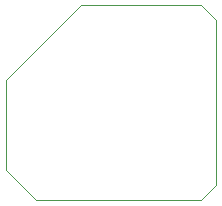
<source format=gbr>
G04 #@! TF.FileFunction,Profile,NP*
%FSLAX46Y46*%
G04 Gerber Fmt 4.6, Leading zero omitted, Abs format (unit mm)*
G04 Created by KiCad (PCBNEW 0.201505262310+5684~23~ubuntu14.04.1-product) date Sun 31 May 2015 11:28:12 PM CDT*
%MOMM*%
G01*
G04 APERTURE LIST*
%ADD10C,0.100000*%
G04 APERTURE END LIST*
D10*
X161290000Y-110490000D02*
X161290000Y-96520000D01*
X160020000Y-111760000D02*
X161290000Y-110490000D01*
X146050000Y-111760000D02*
X160020000Y-111760000D01*
X143510000Y-109220000D02*
X146050000Y-111760000D01*
X143510000Y-101600000D02*
X143510000Y-109220000D01*
X149860000Y-95250000D02*
X143510000Y-101600000D01*
X160020000Y-95250000D02*
X149860000Y-95250000D01*
X161290000Y-96520000D02*
X160020000Y-95250000D01*
M02*

</source>
